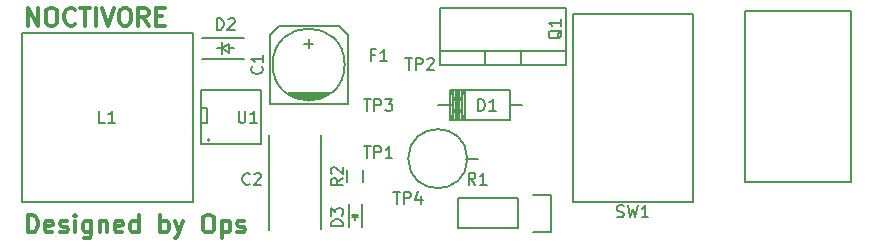
<source format=gto>
G04 #@! TF.FileFunction,Legend,Top*
%FSLAX46Y46*%
G04 Gerber Fmt 4.6, Leading zero omitted, Abs format (unit mm)*
G04 Created by KiCad (PCBNEW 4.0.2+e4-6225~38~ubuntu15.04.1-stable) date Wed 22 Jun 2016 12:46:51 PM PDT*
%MOMM*%
G01*
G04 APERTURE LIST*
%ADD10C,0.100000*%
%ADD11C,0.200000*%
%ADD12C,0.300000*%
%ADD13C,0.150000*%
%ADD14C,0.127000*%
G04 APERTURE END LIST*
D10*
D11*
X128196119Y-101900000D02*
G75*
G03X128196119Y-101900000I-101119J0D01*
G01*
D12*
X112800000Y-92228571D02*
X112800000Y-90728571D01*
X113657143Y-92228571D01*
X113657143Y-90728571D01*
X114657143Y-90728571D02*
X114942857Y-90728571D01*
X115085715Y-90800000D01*
X115228572Y-90942857D01*
X115300000Y-91228571D01*
X115300000Y-91728571D01*
X115228572Y-92014286D01*
X115085715Y-92157143D01*
X114942857Y-92228571D01*
X114657143Y-92228571D01*
X114514286Y-92157143D01*
X114371429Y-92014286D01*
X114300000Y-91728571D01*
X114300000Y-91228571D01*
X114371429Y-90942857D01*
X114514286Y-90800000D01*
X114657143Y-90728571D01*
X116800001Y-92085714D02*
X116728572Y-92157143D01*
X116514286Y-92228571D01*
X116371429Y-92228571D01*
X116157144Y-92157143D01*
X116014286Y-92014286D01*
X115942858Y-91871429D01*
X115871429Y-91585714D01*
X115871429Y-91371429D01*
X115942858Y-91085714D01*
X116014286Y-90942857D01*
X116157144Y-90800000D01*
X116371429Y-90728571D01*
X116514286Y-90728571D01*
X116728572Y-90800000D01*
X116800001Y-90871429D01*
X117228572Y-90728571D02*
X118085715Y-90728571D01*
X117657144Y-92228571D02*
X117657144Y-90728571D01*
X118585715Y-92228571D02*
X118585715Y-90728571D01*
X119085715Y-90728571D02*
X119585715Y-92228571D01*
X120085715Y-90728571D01*
X120871429Y-90728571D02*
X121157143Y-90728571D01*
X121300001Y-90800000D01*
X121442858Y-90942857D01*
X121514286Y-91228571D01*
X121514286Y-91728571D01*
X121442858Y-92014286D01*
X121300001Y-92157143D01*
X121157143Y-92228571D01*
X120871429Y-92228571D01*
X120728572Y-92157143D01*
X120585715Y-92014286D01*
X120514286Y-91728571D01*
X120514286Y-91228571D01*
X120585715Y-90942857D01*
X120728572Y-90800000D01*
X120871429Y-90728571D01*
X123014287Y-92228571D02*
X122514287Y-91514286D01*
X122157144Y-92228571D02*
X122157144Y-90728571D01*
X122728572Y-90728571D01*
X122871430Y-90800000D01*
X122942858Y-90871429D01*
X123014287Y-91014286D01*
X123014287Y-91228571D01*
X122942858Y-91371429D01*
X122871430Y-91442857D01*
X122728572Y-91514286D01*
X122157144Y-91514286D01*
X123657144Y-91442857D02*
X124157144Y-91442857D01*
X124371430Y-92228571D02*
X123657144Y-92228571D01*
X123657144Y-90728571D01*
X124371430Y-90728571D01*
X112807143Y-109748571D02*
X112807143Y-108248571D01*
X113164286Y-108248571D01*
X113378571Y-108320000D01*
X113521429Y-108462857D01*
X113592857Y-108605714D01*
X113664286Y-108891429D01*
X113664286Y-109105714D01*
X113592857Y-109391429D01*
X113521429Y-109534286D01*
X113378571Y-109677143D01*
X113164286Y-109748571D01*
X112807143Y-109748571D01*
X114878571Y-109677143D02*
X114735714Y-109748571D01*
X114450000Y-109748571D01*
X114307143Y-109677143D01*
X114235714Y-109534286D01*
X114235714Y-108962857D01*
X114307143Y-108820000D01*
X114450000Y-108748571D01*
X114735714Y-108748571D01*
X114878571Y-108820000D01*
X114950000Y-108962857D01*
X114950000Y-109105714D01*
X114235714Y-109248571D01*
X115521428Y-109677143D02*
X115664285Y-109748571D01*
X115950000Y-109748571D01*
X116092857Y-109677143D01*
X116164285Y-109534286D01*
X116164285Y-109462857D01*
X116092857Y-109320000D01*
X115950000Y-109248571D01*
X115735714Y-109248571D01*
X115592857Y-109177143D01*
X115521428Y-109034286D01*
X115521428Y-108962857D01*
X115592857Y-108820000D01*
X115735714Y-108748571D01*
X115950000Y-108748571D01*
X116092857Y-108820000D01*
X116807143Y-109748571D02*
X116807143Y-108748571D01*
X116807143Y-108248571D02*
X116735714Y-108320000D01*
X116807143Y-108391429D01*
X116878571Y-108320000D01*
X116807143Y-108248571D01*
X116807143Y-108391429D01*
X118164286Y-108748571D02*
X118164286Y-109962857D01*
X118092857Y-110105714D01*
X118021429Y-110177143D01*
X117878572Y-110248571D01*
X117664286Y-110248571D01*
X117521429Y-110177143D01*
X118164286Y-109677143D02*
X118021429Y-109748571D01*
X117735715Y-109748571D01*
X117592857Y-109677143D01*
X117521429Y-109605714D01*
X117450000Y-109462857D01*
X117450000Y-109034286D01*
X117521429Y-108891429D01*
X117592857Y-108820000D01*
X117735715Y-108748571D01*
X118021429Y-108748571D01*
X118164286Y-108820000D01*
X118878572Y-108748571D02*
X118878572Y-109748571D01*
X118878572Y-108891429D02*
X118950000Y-108820000D01*
X119092858Y-108748571D01*
X119307143Y-108748571D01*
X119450000Y-108820000D01*
X119521429Y-108962857D01*
X119521429Y-109748571D01*
X120807143Y-109677143D02*
X120664286Y-109748571D01*
X120378572Y-109748571D01*
X120235715Y-109677143D01*
X120164286Y-109534286D01*
X120164286Y-108962857D01*
X120235715Y-108820000D01*
X120378572Y-108748571D01*
X120664286Y-108748571D01*
X120807143Y-108820000D01*
X120878572Y-108962857D01*
X120878572Y-109105714D01*
X120164286Y-109248571D01*
X122164286Y-109748571D02*
X122164286Y-108248571D01*
X122164286Y-109677143D02*
X122021429Y-109748571D01*
X121735715Y-109748571D01*
X121592857Y-109677143D01*
X121521429Y-109605714D01*
X121450000Y-109462857D01*
X121450000Y-109034286D01*
X121521429Y-108891429D01*
X121592857Y-108820000D01*
X121735715Y-108748571D01*
X122021429Y-108748571D01*
X122164286Y-108820000D01*
X124021429Y-109748571D02*
X124021429Y-108248571D01*
X124021429Y-108820000D02*
X124164286Y-108748571D01*
X124450000Y-108748571D01*
X124592857Y-108820000D01*
X124664286Y-108891429D01*
X124735715Y-109034286D01*
X124735715Y-109462857D01*
X124664286Y-109605714D01*
X124592857Y-109677143D01*
X124450000Y-109748571D01*
X124164286Y-109748571D01*
X124021429Y-109677143D01*
X125235715Y-108748571D02*
X125592858Y-109748571D01*
X125950000Y-108748571D02*
X125592858Y-109748571D01*
X125450000Y-110105714D01*
X125378572Y-110177143D01*
X125235715Y-110248571D01*
X127950000Y-108248571D02*
X128235714Y-108248571D01*
X128378572Y-108320000D01*
X128521429Y-108462857D01*
X128592857Y-108748571D01*
X128592857Y-109248571D01*
X128521429Y-109534286D01*
X128378572Y-109677143D01*
X128235714Y-109748571D01*
X127950000Y-109748571D01*
X127807143Y-109677143D01*
X127664286Y-109534286D01*
X127592857Y-109248571D01*
X127592857Y-108748571D01*
X127664286Y-108462857D01*
X127807143Y-108320000D01*
X127950000Y-108248571D01*
X129235715Y-108748571D02*
X129235715Y-110248571D01*
X129235715Y-108820000D02*
X129378572Y-108748571D01*
X129664286Y-108748571D01*
X129807143Y-108820000D01*
X129878572Y-108891429D01*
X129950001Y-109034286D01*
X129950001Y-109462857D01*
X129878572Y-109605714D01*
X129807143Y-109677143D01*
X129664286Y-109748571D01*
X129378572Y-109748571D01*
X129235715Y-109677143D01*
X130521429Y-109677143D02*
X130664286Y-109748571D01*
X130950001Y-109748571D01*
X131092858Y-109677143D01*
X131164286Y-109534286D01*
X131164286Y-109462857D01*
X131092858Y-109320000D01*
X130950001Y-109248571D01*
X130735715Y-109248571D01*
X130592858Y-109177143D01*
X130521429Y-109034286D01*
X130521429Y-108962857D01*
X130592858Y-108820000D01*
X130735715Y-108748571D01*
X130950001Y-108748571D01*
X131092858Y-108820000D01*
D13*
X135808000Y-98451000D02*
X137332000Y-98451000D01*
X137713000Y-98324000D02*
X135427000Y-98324000D01*
X135173000Y-98197000D02*
X137967000Y-98197000D01*
X138221000Y-98070000D02*
X134919000Y-98070000D01*
X134792000Y-97943000D02*
X138348000Y-97943000D01*
X133268000Y-98832000D02*
X139872000Y-98832000D01*
X139872000Y-98832000D02*
X139872000Y-92990000D01*
X139872000Y-92990000D02*
X139110000Y-92228000D01*
X139110000Y-92228000D02*
X134030000Y-92228000D01*
X134030000Y-92228000D02*
X133268000Y-92990000D01*
X133268000Y-92990000D02*
X133268000Y-98832000D01*
X136570000Y-93371000D02*
X136570000Y-94133000D01*
X136189000Y-93752000D02*
X136951000Y-93752000D01*
X139618000Y-95530000D02*
G75*
G03X139618000Y-95530000I-3048000J0D01*
G01*
X137650000Y-109480000D02*
X137650000Y-101480000D01*
X133250000Y-101480000D02*
X133250000Y-109580000D01*
X153620000Y-98997460D02*
X154636000Y-98997460D01*
X148794000Y-98997460D02*
X147524000Y-98997460D01*
X149048000Y-97727460D02*
X149048000Y-100267460D01*
X149302000Y-97727460D02*
X149302000Y-100267460D01*
X149556000Y-97727460D02*
X149556000Y-100267460D01*
X148794000Y-97727460D02*
X148794000Y-100267460D01*
X149810000Y-97727460D02*
X148540000Y-100267460D01*
X148540000Y-97727460D02*
X149810000Y-100267460D01*
X149810000Y-97727460D02*
X149810000Y-100267460D01*
X149175000Y-97727460D02*
X149175000Y-100267460D01*
X148540000Y-100267460D02*
X148540000Y-97727460D01*
X148540000Y-97727460D02*
X153620000Y-97727460D01*
X153620000Y-97727460D02*
X153620000Y-100267460D01*
X153620000Y-100267460D02*
X148540000Y-100267460D01*
X129847500Y-94160000D02*
X130228500Y-94160000D01*
X128831500Y-94160000D02*
X129212500Y-94160000D01*
X129212500Y-94160000D02*
X129847500Y-93779000D01*
X129847500Y-93779000D02*
X129847500Y-94541000D01*
X129847500Y-94541000D02*
X129212500Y-94160000D01*
X129212500Y-93652000D02*
X129212500Y-94668000D01*
X127530000Y-95060000D02*
X131070000Y-95060000D01*
X127530000Y-93260000D02*
X131070000Y-93260000D01*
X139950000Y-107380000D02*
X139950000Y-109280000D01*
X141050000Y-107380000D02*
X141050000Y-109280000D01*
X140500000Y-108280000D02*
X140500000Y-108730000D01*
X140750000Y-108230000D02*
X140250000Y-108230000D01*
X140500000Y-108230000D02*
X140750000Y-108480000D01*
X140750000Y-108480000D02*
X140250000Y-108480000D01*
X140250000Y-108480000D02*
X140500000Y-108230000D01*
D14*
X112260000Y-92825000D02*
X126740000Y-92825000D01*
X112260000Y-107175000D02*
X112260000Y-92825000D01*
X126740000Y-107175000D02*
X112260000Y-107175000D01*
X126740000Y-92825000D02*
X126740000Y-107175000D01*
D13*
X154524000Y-95558000D02*
X154524000Y-94415000D01*
X151476000Y-95558000D02*
X151476000Y-94415000D01*
X147666000Y-94415000D02*
X147666000Y-90732000D01*
X147666000Y-90732000D02*
X158334000Y-90732000D01*
X158334000Y-90732000D02*
X158334000Y-94415000D01*
X147666000Y-95558000D02*
X147666000Y-94415000D01*
X147666000Y-94415000D02*
X158334000Y-94415000D01*
X158334000Y-94415000D02*
X158334000Y-95558000D01*
X153000000Y-95558000D02*
X158334000Y-95558000D01*
X153000000Y-95558000D02*
X147666000Y-95558000D01*
X141175000Y-104500000D02*
X141175000Y-105500000D01*
X139825000Y-105500000D02*
X139825000Y-104500000D01*
X127460000Y-97714000D02*
X132540000Y-97714000D01*
X132540000Y-97714000D02*
X132540000Y-102286000D01*
X132540000Y-102286000D02*
X127460000Y-102286000D01*
X127460000Y-102286000D02*
X127460000Y-97714000D01*
X127460000Y-99238000D02*
X127968000Y-99238000D01*
X127968000Y-99238000D02*
X127968000Y-100508000D01*
X127968000Y-100508000D02*
X127460000Y-100508000D01*
X149900940Y-103500000D02*
X150901700Y-103500000D01*
X150000000Y-103500000D02*
G75*
G03X150000000Y-103500000I-2499360J0D01*
G01*
X154270000Y-106860000D02*
X149190000Y-106860000D01*
X149190000Y-106860000D02*
X149190000Y-109400000D01*
X149190000Y-109400000D02*
X154270000Y-109400000D01*
X157090000Y-109680000D02*
X155540000Y-109680000D01*
X154270000Y-109400000D02*
X154270000Y-106860000D01*
X155540000Y-106580000D02*
X157090000Y-106580000D01*
X157090000Y-106580000D02*
X157090000Y-109680000D01*
D14*
X169080000Y-107184000D02*
X158920000Y-107184000D01*
X169080000Y-91234000D02*
X169080000Y-107184000D01*
X158920000Y-91234000D02*
X169080000Y-91234000D01*
X158920000Y-107184000D02*
X158920000Y-91234000D01*
X182500000Y-105500000D02*
X182500000Y-91000000D01*
X173500000Y-105500000D02*
X182500000Y-105500000D01*
X173500000Y-91000000D02*
X173500000Y-105500000D01*
X182500000Y-91000000D02*
X173500000Y-91000000D01*
D13*
X132609143Y-95696666D02*
X132656762Y-95744285D01*
X132704381Y-95887142D01*
X132704381Y-95982380D01*
X132656762Y-96125238D01*
X132561524Y-96220476D01*
X132466286Y-96268095D01*
X132275810Y-96315714D01*
X132132952Y-96315714D01*
X131942476Y-96268095D01*
X131847238Y-96220476D01*
X131752000Y-96125238D01*
X131704381Y-95982380D01*
X131704381Y-95887142D01*
X131752000Y-95744285D01*
X131799619Y-95696666D01*
X132704381Y-94744285D02*
X132704381Y-95315714D01*
X132704381Y-95030000D02*
X131704381Y-95030000D01*
X131847238Y-95125238D01*
X131942476Y-95220476D01*
X131990095Y-95315714D01*
X131583334Y-105637143D02*
X131535715Y-105684762D01*
X131392858Y-105732381D01*
X131297620Y-105732381D01*
X131154762Y-105684762D01*
X131059524Y-105589524D01*
X131011905Y-105494286D01*
X130964286Y-105303810D01*
X130964286Y-105160952D01*
X131011905Y-104970476D01*
X131059524Y-104875238D01*
X131154762Y-104780000D01*
X131297620Y-104732381D01*
X131392858Y-104732381D01*
X131535715Y-104780000D01*
X131583334Y-104827619D01*
X131964286Y-104827619D02*
X132011905Y-104780000D01*
X132107143Y-104732381D01*
X132345239Y-104732381D01*
X132440477Y-104780000D01*
X132488096Y-104827619D01*
X132535715Y-104922857D01*
X132535715Y-105018095D01*
X132488096Y-105160952D01*
X131916667Y-105732381D01*
X132535715Y-105732381D01*
X150911905Y-99452381D02*
X150911905Y-98452381D01*
X151150000Y-98452381D01*
X151292858Y-98500000D01*
X151388096Y-98595238D01*
X151435715Y-98690476D01*
X151483334Y-98880952D01*
X151483334Y-99023810D01*
X151435715Y-99214286D01*
X151388096Y-99309524D01*
X151292858Y-99404762D01*
X151150000Y-99452381D01*
X150911905Y-99452381D01*
X152435715Y-99452381D02*
X151864286Y-99452381D01*
X152150000Y-99452381D02*
X152150000Y-98452381D01*
X152054762Y-98595238D01*
X151959524Y-98690476D01*
X151864286Y-98738095D01*
X128791905Y-92612381D02*
X128791905Y-91612381D01*
X129030000Y-91612381D01*
X129172858Y-91660000D01*
X129268096Y-91755238D01*
X129315715Y-91850476D01*
X129363334Y-92040952D01*
X129363334Y-92183810D01*
X129315715Y-92374286D01*
X129268096Y-92469524D01*
X129172858Y-92564762D01*
X129030000Y-92612381D01*
X128791905Y-92612381D01*
X129744286Y-91707619D02*
X129791905Y-91660000D01*
X129887143Y-91612381D01*
X130125239Y-91612381D01*
X130220477Y-91660000D01*
X130268096Y-91707619D01*
X130315715Y-91802857D01*
X130315715Y-91898095D01*
X130268096Y-92040952D01*
X129696667Y-92612381D01*
X130315715Y-92612381D01*
X139452381Y-109218095D02*
X138452381Y-109218095D01*
X138452381Y-108980000D01*
X138500000Y-108837142D01*
X138595238Y-108741904D01*
X138690476Y-108694285D01*
X138880952Y-108646666D01*
X139023810Y-108646666D01*
X139214286Y-108694285D01*
X139309524Y-108741904D01*
X139404762Y-108837142D01*
X139452381Y-108980000D01*
X139452381Y-109218095D01*
X138452381Y-108313333D02*
X138452381Y-107694285D01*
X138833333Y-108027619D01*
X138833333Y-107884761D01*
X138880952Y-107789523D01*
X138928571Y-107741904D01*
X139023810Y-107694285D01*
X139261905Y-107694285D01*
X139357143Y-107741904D01*
X139404762Y-107789523D01*
X139452381Y-107884761D01*
X139452381Y-108170476D01*
X139404762Y-108265714D01*
X139357143Y-108313333D01*
X142166667Y-94707751D02*
X141833333Y-94707751D01*
X141833333Y-95231561D02*
X141833333Y-94231561D01*
X142309524Y-94231561D01*
X143214286Y-95231561D02*
X142642857Y-95231561D01*
X142928571Y-95231561D02*
X142928571Y-94231561D01*
X142833333Y-94374418D01*
X142738095Y-94469656D01*
X142642857Y-94517275D01*
X119333334Y-100452381D02*
X118857143Y-100452381D01*
X118857143Y-99452381D01*
X120190477Y-100452381D02*
X119619048Y-100452381D01*
X119904762Y-100452381D02*
X119904762Y-99452381D01*
X119809524Y-99595238D01*
X119714286Y-99690476D01*
X119619048Y-99738095D01*
X157997619Y-92605238D02*
X157950000Y-92700476D01*
X157854762Y-92795714D01*
X157711905Y-92938571D01*
X157664286Y-93033810D01*
X157664286Y-93129048D01*
X157902381Y-93081429D02*
X157854762Y-93176667D01*
X157759524Y-93271905D01*
X157569048Y-93319524D01*
X157235714Y-93319524D01*
X157045238Y-93271905D01*
X156950000Y-93176667D01*
X156902381Y-93081429D01*
X156902381Y-92890952D01*
X156950000Y-92795714D01*
X157045238Y-92700476D01*
X157235714Y-92652857D01*
X157569048Y-92652857D01*
X157759524Y-92700476D01*
X157854762Y-92795714D01*
X157902381Y-92890952D01*
X157902381Y-93081429D01*
X157902381Y-91700476D02*
X157902381Y-92271905D01*
X157902381Y-91986191D02*
X156902381Y-91986191D01*
X157045238Y-92081429D01*
X157140476Y-92176667D01*
X157188095Y-92271905D01*
X139452381Y-105166666D02*
X138976190Y-105500000D01*
X139452381Y-105738095D02*
X138452381Y-105738095D01*
X138452381Y-105357142D01*
X138500000Y-105261904D01*
X138547619Y-105214285D01*
X138642857Y-105166666D01*
X138785714Y-105166666D01*
X138880952Y-105214285D01*
X138928571Y-105261904D01*
X138976190Y-105357142D01*
X138976190Y-105738095D01*
X138547619Y-104785714D02*
X138500000Y-104738095D01*
X138452381Y-104642857D01*
X138452381Y-104404761D01*
X138500000Y-104309523D01*
X138547619Y-104261904D01*
X138642857Y-104214285D01*
X138738095Y-104214285D01*
X138880952Y-104261904D01*
X139452381Y-104833333D01*
X139452381Y-104214285D01*
X141238095Y-102452381D02*
X141809524Y-102452381D01*
X141523809Y-103452381D02*
X141523809Y-102452381D01*
X142142857Y-103452381D02*
X142142857Y-102452381D01*
X142523810Y-102452381D01*
X142619048Y-102500000D01*
X142666667Y-102547619D01*
X142714286Y-102642857D01*
X142714286Y-102785714D01*
X142666667Y-102880952D01*
X142619048Y-102928571D01*
X142523810Y-102976190D01*
X142142857Y-102976190D01*
X143666667Y-103452381D02*
X143095238Y-103452381D01*
X143380952Y-103452381D02*
X143380952Y-102452381D01*
X143285714Y-102595238D01*
X143190476Y-102690476D01*
X143095238Y-102738095D01*
X144738095Y-94981561D02*
X145309524Y-94981561D01*
X145023809Y-95981561D02*
X145023809Y-94981561D01*
X145642857Y-95981561D02*
X145642857Y-94981561D01*
X146023810Y-94981561D01*
X146119048Y-95029180D01*
X146166667Y-95076799D01*
X146214286Y-95172037D01*
X146214286Y-95314894D01*
X146166667Y-95410132D01*
X146119048Y-95457751D01*
X146023810Y-95505370D01*
X145642857Y-95505370D01*
X146595238Y-95076799D02*
X146642857Y-95029180D01*
X146738095Y-94981561D01*
X146976191Y-94981561D01*
X147071429Y-95029180D01*
X147119048Y-95076799D01*
X147166667Y-95172037D01*
X147166667Y-95267275D01*
X147119048Y-95410132D01*
X146547619Y-95981561D01*
X147166667Y-95981561D01*
X141238095Y-98452381D02*
X141809524Y-98452381D01*
X141523809Y-99452381D02*
X141523809Y-98452381D01*
X142142857Y-99452381D02*
X142142857Y-98452381D01*
X142523810Y-98452381D01*
X142619048Y-98500000D01*
X142666667Y-98547619D01*
X142714286Y-98642857D01*
X142714286Y-98785714D01*
X142666667Y-98880952D01*
X142619048Y-98928571D01*
X142523810Y-98976190D01*
X142142857Y-98976190D01*
X143047619Y-98452381D02*
X143666667Y-98452381D01*
X143333333Y-98833333D01*
X143476191Y-98833333D01*
X143571429Y-98880952D01*
X143619048Y-98928571D01*
X143666667Y-99023810D01*
X143666667Y-99261905D01*
X143619048Y-99357143D01*
X143571429Y-99404762D01*
X143476191Y-99452381D01*
X143190476Y-99452381D01*
X143095238Y-99404762D01*
X143047619Y-99357143D01*
X143738095Y-106302381D02*
X144309524Y-106302381D01*
X144023809Y-107302381D02*
X144023809Y-106302381D01*
X144642857Y-107302381D02*
X144642857Y-106302381D01*
X145023810Y-106302381D01*
X145119048Y-106350000D01*
X145166667Y-106397619D01*
X145214286Y-106492857D01*
X145214286Y-106635714D01*
X145166667Y-106730952D01*
X145119048Y-106778571D01*
X145023810Y-106826190D01*
X144642857Y-106826190D01*
X146071429Y-106635714D02*
X146071429Y-107302381D01*
X145833333Y-106254762D02*
X145595238Y-106969048D01*
X146214286Y-106969048D01*
X130638095Y-99452381D02*
X130638095Y-100261905D01*
X130685714Y-100357143D01*
X130733333Y-100404762D01*
X130828571Y-100452381D01*
X131019048Y-100452381D01*
X131114286Y-100404762D01*
X131161905Y-100357143D01*
X131209524Y-100261905D01*
X131209524Y-99452381D01*
X132209524Y-100452381D02*
X131638095Y-100452381D01*
X131923809Y-100452381D02*
X131923809Y-99452381D01*
X131828571Y-99595238D01*
X131733333Y-99690476D01*
X131638095Y-99738095D01*
X150683334Y-105702381D02*
X150350000Y-105226190D01*
X150111905Y-105702381D02*
X150111905Y-104702381D01*
X150492858Y-104702381D01*
X150588096Y-104750000D01*
X150635715Y-104797619D01*
X150683334Y-104892857D01*
X150683334Y-105035714D01*
X150635715Y-105130952D01*
X150588096Y-105178571D01*
X150492858Y-105226190D01*
X150111905Y-105226190D01*
X151635715Y-105702381D02*
X151064286Y-105702381D01*
X151350000Y-105702381D02*
X151350000Y-104702381D01*
X151254762Y-104845238D01*
X151159524Y-104940476D01*
X151064286Y-104988095D01*
X162666667Y-108413762D02*
X162809524Y-108461381D01*
X163047620Y-108461381D01*
X163142858Y-108413762D01*
X163190477Y-108366143D01*
X163238096Y-108270905D01*
X163238096Y-108175667D01*
X163190477Y-108080429D01*
X163142858Y-108032810D01*
X163047620Y-107985190D01*
X162857143Y-107937571D01*
X162761905Y-107889952D01*
X162714286Y-107842333D01*
X162666667Y-107747095D01*
X162666667Y-107651857D01*
X162714286Y-107556619D01*
X162761905Y-107509000D01*
X162857143Y-107461381D01*
X163095239Y-107461381D01*
X163238096Y-107509000D01*
X163571429Y-107461381D02*
X163809524Y-108461381D01*
X164000001Y-107747095D01*
X164190477Y-108461381D01*
X164428572Y-107461381D01*
X165333334Y-108461381D02*
X164761905Y-108461381D01*
X165047619Y-108461381D02*
X165047619Y-107461381D01*
X164952381Y-107604238D01*
X164857143Y-107699476D01*
X164761905Y-107747095D01*
M02*

</source>
